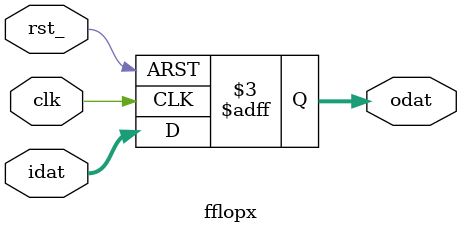
<source format=v>
module fflopx
    (
     clk,
     rst_,
     idat,
     odat
     );

parameter WIDTH = 8;
parameter RESET_VALUE = {WIDTH{1'b0}};

input   clk, rst_;

input  [WIDTH-1:0] idat;

output [WIDTH-1:0] odat;
reg    [WIDTH-1:0] odat;

always @ (posedge clk or negedge rst_)
    begin
    if(!rst_) odat <= RESET_VALUE;
    else odat <= idat;
    end

endmodule

</source>
